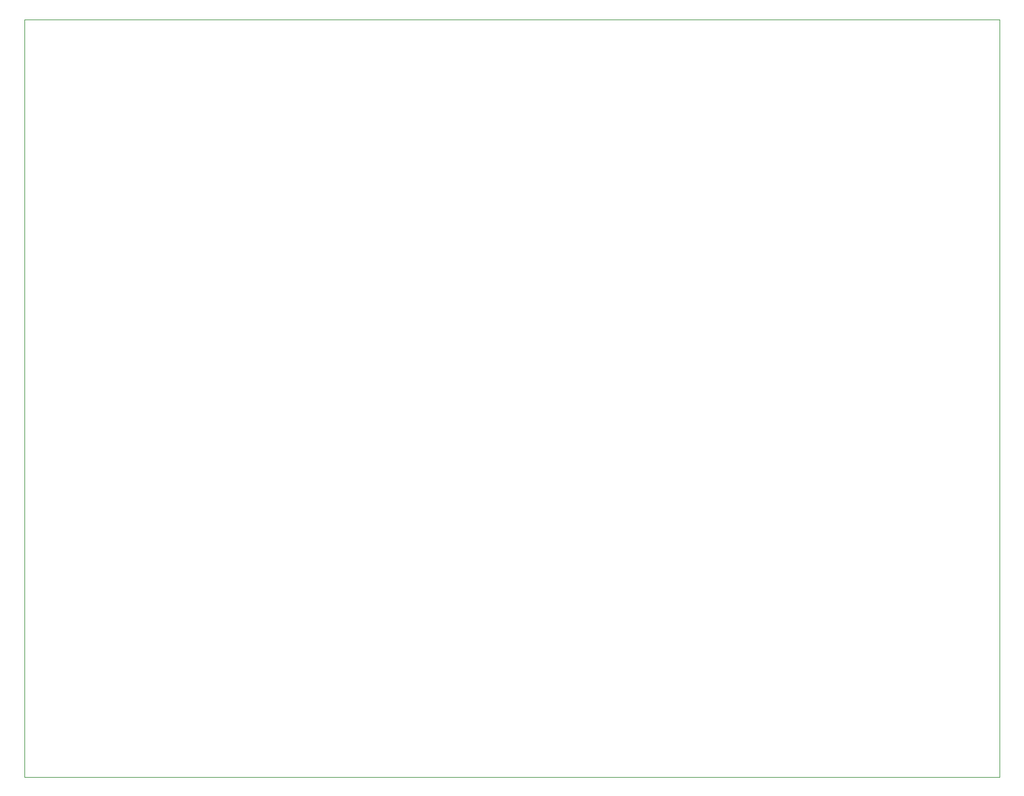
<source format=gbr>
%TF.GenerationSoftware,KiCad,Pcbnew,(5.1.12)-1*%
%TF.CreationDate,2022-12-05T14:55:25+01:00*%
%TF.ProjectId,atonceplus,61746f6e-6365-4706-9c75-732e6b696361,rev?*%
%TF.SameCoordinates,Original*%
%TF.FileFunction,Profile,NP*%
%FSLAX46Y46*%
G04 Gerber Fmt 4.6, Leading zero omitted, Abs format (unit mm)*
G04 Created by KiCad (PCBNEW (5.1.12)-1) date 2022-12-05 14:55:25*
%MOMM*%
%LPD*%
G01*
G04 APERTURE LIST*
%TA.AperFunction,Profile*%
%ADD10C,0.050000*%
%TD*%
G04 APERTURE END LIST*
D10*
X83000000Y-142000000D02*
X83000000Y-37000000D01*
X218000000Y-142000000D02*
X83000000Y-142000000D01*
X218000000Y-37000000D02*
X218000000Y-142000000D01*
X83000000Y-37000000D02*
X218000000Y-37000000D01*
M02*

</source>
